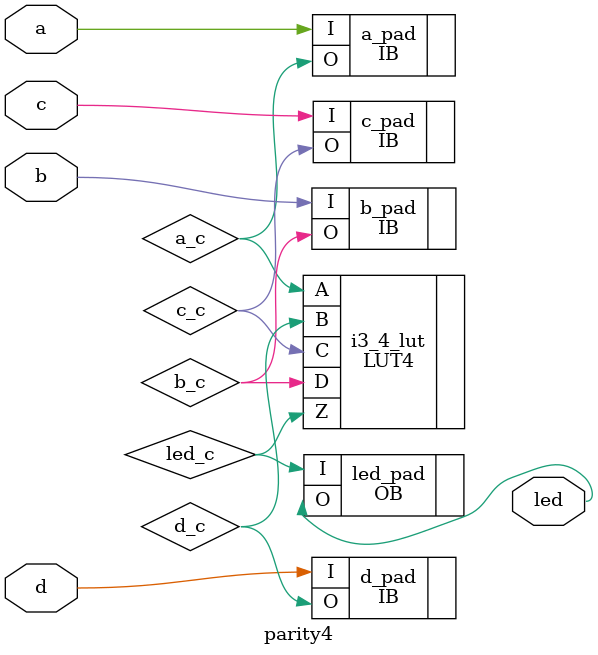
<source format=v>

module parity4 (a, b, c, d, led) /* synthesis syn_module_defined=1 */ ;   // e:/fpgaproject/stepmxo2/swust/8.parity4/parity4.v(14[8:15])
    input a;   // e:/fpgaproject/stepmxo2/swust/8.parity4/parity4.v(16[12:13])
    input b;   // e:/fpgaproject/stepmxo2/swust/8.parity4/parity4.v(16[14:15])
    input c;   // e:/fpgaproject/stepmxo2/swust/8.parity4/parity4.v(16[16:17])
    input d;   // e:/fpgaproject/stepmxo2/swust/8.parity4/parity4.v(16[18:19])
    output led;   // e:/fpgaproject/stepmxo2/swust/8.parity4/parity4.v(17[13:16])
    
    
    wire a_c, b_c, c_c, d_c, led_c, VCC_net, GND_net;
    
    PUR PUR_INST (.PUR(VCC_net));
    defparam PUR_INST.RST_PULSE = 1;
    TSALL TSALL_INST (.TSALL(GND_net));
    VHI i23 (.Z(VCC_net));
    VLO i28 (.Z(GND_net));
    OB led_pad (.I(led_c), .O(led));   // e:/fpgaproject/stepmxo2/swust/8.parity4/parity4.v(17[13:16])
    IB a_pad (.I(a), .O(a_c));   // e:/fpgaproject/stepmxo2/swust/8.parity4/parity4.v(16[12:13])
    IB b_pad (.I(b), .O(b_c));   // e:/fpgaproject/stepmxo2/swust/8.parity4/parity4.v(16[14:15])
    IB c_pad (.I(c), .O(c_c));   // e:/fpgaproject/stepmxo2/swust/8.parity4/parity4.v(16[16:17])
    IB d_pad (.I(d), .O(d_c));   // e:/fpgaproject/stepmxo2/swust/8.parity4/parity4.v(16[18:19])
    GSR GSR_INST (.GSR(VCC_net));
    LUT4 i3_4_lut (.A(a_c), .B(d_c), .C(c_c), .D(b_c), .Z(led_c)) /* synthesis lut_function=(!(A (B (C (D)+!C !(D))+!B !(C (D)+!C !(D)))+!A !(B (C (D)+!C !(D))+!B !(C (D)+!C !(D))))) */ ;   // e:/fpgaproject/stepmxo2/swust/8.parity4/parity4.v(20[14:21])
    defparam i3_4_lut.init = 16'h6996;
    
endmodule
//
// Verilog Description of module PUR
// module not written out since it is a black-box. 
//

//
// Verilog Description of module TSALL
// module not written out since it is a black-box. 
//


</source>
